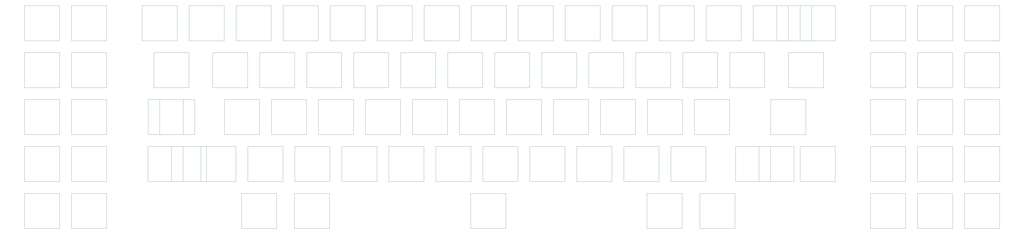
<source format=gbr>
%TF.GenerationSoftware,KiCad,Pcbnew,8.0.8*%
%TF.CreationDate,2025-03-31T12:37:53+02:00*%
%TF.ProjectId,xt_pcb,78745f70-6362-42e6-9b69-6361645f7063,rev?*%
%TF.SameCoordinates,Original*%
%TF.FileFunction,Legend,Top*%
%TF.FilePolarity,Positive*%
%FSLAX46Y46*%
G04 Gerber Fmt 4.6, Leading zero omitted, Abs format (unit mm)*
G04 Created by KiCad (PCBNEW 8.0.8) date 2025-03-31 12:37:53*
%MOMM*%
%LPD*%
G01*
G04 APERTURE LIST*
%ADD10C,0.120000*%
G04 APERTURE END LIST*
D10*
%TO.C,SW79*%
X430310000Y-140505000D02*
X430310000Y-154705000D01*
X430310000Y-154705000D02*
X444510000Y-154705000D01*
X444510000Y-140505000D02*
X430310000Y-140505000D01*
X444510000Y-154705000D02*
X444510000Y-140505000D01*
%TO.C,SW43*%
X87410000Y-121455000D02*
X87410000Y-135655000D01*
X87410000Y-135655000D02*
X101610000Y-135655000D01*
X101610000Y-121455000D02*
X87410000Y-121455000D01*
X101610000Y-135655000D02*
X101610000Y-121455000D01*
%TO.C,SW46*%
X168387500Y-121455000D02*
X168387500Y-135655000D01*
X168387500Y-135655000D02*
X182587500Y-135655000D01*
X182587500Y-121455000D02*
X168387500Y-121455000D01*
X182587500Y-135655000D02*
X182587500Y-121455000D01*
%TO.C,SW36*%
X363650000Y-83355000D02*
X363650000Y-97555000D01*
X363650000Y-97555000D02*
X377850000Y-97555000D01*
X377850000Y-83355000D02*
X363650000Y-83355000D01*
X377850000Y-97555000D02*
X377850000Y-83355000D01*
%TO.C,SW72*%
X216012500Y-140505000D02*
X216012500Y-154705000D01*
X216012500Y-154705000D02*
X230212500Y-154705000D01*
X230212500Y-140505000D02*
X216012500Y-140505000D01*
X230212500Y-154705000D02*
X230212500Y-140505000D01*
%TO.C,SW25*%
X144575000Y-102405000D02*
X144575000Y-116605000D01*
X144575000Y-116605000D02*
X158775000Y-116605000D01*
X158775000Y-102405000D02*
X144575000Y-102405000D01*
X158775000Y-116605000D02*
X158775000Y-102405000D01*
%TO.C,SW38*%
X411260000Y-102405000D02*
X411260000Y-116605000D01*
X411260000Y-116605000D02*
X425460000Y-116605000D01*
X425460000Y-102405000D02*
X411260000Y-102405000D01*
X425460000Y-116605000D02*
X425460000Y-102405000D01*
%TO.C,SW62*%
X354125000Y-102405000D02*
X354125000Y-116605000D01*
X354125000Y-116605000D02*
X368325000Y-116605000D01*
X368325000Y-102405000D02*
X354125000Y-102405000D01*
X368325000Y-116605000D02*
X368325000Y-102405000D01*
%TO.C,SW28*%
X201725000Y-102405000D02*
X201725000Y-116605000D01*
X201725000Y-116605000D02*
X215925000Y-116605000D01*
X215925000Y-102405000D02*
X201725000Y-102405000D01*
X215925000Y-116605000D02*
X215925000Y-102405000D01*
%TO.C,SW9*%
X192200000Y-83355000D02*
X192200000Y-97555000D01*
X192200000Y-97555000D02*
X206400000Y-97555000D01*
X206400000Y-83355000D02*
X192200000Y-83355000D01*
X206400000Y-97555000D02*
X206400000Y-83355000D01*
%TO.C,SW23*%
X87410000Y-102405000D02*
X87410000Y-116605000D01*
X87410000Y-116605000D02*
X101610000Y-116605000D01*
X101610000Y-102405000D02*
X87410000Y-102405000D01*
X101610000Y-116605000D02*
X101610000Y-102405000D01*
%TO.C,SW60*%
X330312500Y-140505000D02*
X330312500Y-154705000D01*
X330312500Y-154705000D02*
X344512500Y-154705000D01*
X344512500Y-140505000D02*
X330312500Y-140505000D01*
X344512500Y-154705000D02*
X344512500Y-140505000D01*
%TO.C,SW5*%
X116000000Y-83355000D02*
X116000000Y-97555000D01*
X116000000Y-97555000D02*
X130200000Y-97555000D01*
X130200000Y-83355000D02*
X116000000Y-83355000D01*
X130200000Y-97555000D02*
X130200000Y-83355000D01*
%TO.C,SW3*%
X68360000Y-83355000D02*
X68360000Y-97555000D01*
X68360000Y-97555000D02*
X82560000Y-97555000D01*
X82560000Y-83355000D02*
X68360000Y-83355000D01*
X82560000Y-97555000D02*
X82560000Y-83355000D01*
%TO.C,SW56*%
X370793750Y-121455000D02*
X370793750Y-135655000D01*
X370793750Y-135655000D02*
X384993750Y-135655000D01*
X384993750Y-121455000D02*
X370793750Y-121455000D01*
X384993750Y-135655000D02*
X384993750Y-121455000D01*
%TO.C,SW20*%
X430310000Y-83355000D02*
X430310000Y-97555000D01*
X430310000Y-97555000D02*
X444510000Y-97555000D01*
X444510000Y-83355000D02*
X430310000Y-83355000D01*
X444510000Y-97555000D02*
X444510000Y-83355000D01*
%TO.C,SW97*%
X356506250Y-140505000D02*
X356506250Y-154705000D01*
X356506250Y-154705000D02*
X370706250Y-154705000D01*
X370706250Y-140505000D02*
X356506250Y-140505000D01*
X370706250Y-154705000D02*
X370706250Y-140505000D01*
%TO.C,SW63*%
X118381250Y-140505000D02*
X118381250Y-154705000D01*
X118381250Y-154705000D02*
X132581250Y-154705000D01*
X132581250Y-140505000D02*
X118381250Y-140505000D01*
X132581250Y-154705000D02*
X132581250Y-140505000D01*
%TO.C,SW42*%
X68360000Y-121455000D02*
X68360000Y-135655000D01*
X68360000Y-135655000D02*
X82560000Y-135655000D01*
X82560000Y-121455000D02*
X68360000Y-121455000D01*
X82560000Y-135655000D02*
X82560000Y-121455000D01*
%TO.C,SW83*%
X156313750Y-159555000D02*
X156313750Y-173755000D01*
X156313750Y-173755000D02*
X170513750Y-173755000D01*
X170513750Y-159555000D02*
X156313750Y-159555000D01*
X170513750Y-173755000D02*
X170513750Y-159555000D01*
%TO.C,SW47*%
X187437500Y-121455000D02*
X187437500Y-135655000D01*
X187437500Y-135655000D02*
X201637500Y-135655000D01*
X201637500Y-121455000D02*
X187437500Y-121455000D01*
X201637500Y-135655000D02*
X201637500Y-121455000D01*
%TO.C,SW85*%
X249182500Y-159555000D02*
X249182500Y-173755000D01*
X249182500Y-173755000D02*
X263382500Y-173755000D01*
X263382500Y-159555000D02*
X249182500Y-159555000D01*
X263382500Y-173755000D02*
X263382500Y-159555000D01*
%TO.C,SW90*%
X449360000Y-159555000D02*
X449360000Y-173755000D01*
X449360000Y-173755000D02*
X463560000Y-173755000D01*
X463560000Y-159555000D02*
X449360000Y-159555000D01*
X463560000Y-173755000D02*
X463560000Y-159555000D01*
%TO.C,SW82*%
X87410000Y-159555000D02*
X87410000Y-173755000D01*
X87410000Y-173755000D02*
X101610000Y-173755000D01*
X101610000Y-159555000D02*
X87410000Y-159555000D01*
X101610000Y-173755000D02*
X101610000Y-159555000D01*
%TO.C,SW13*%
X268400000Y-83355000D02*
X268400000Y-97555000D01*
X268400000Y-97555000D02*
X282600000Y-97555000D01*
X282600000Y-83355000D02*
X268400000Y-83355000D01*
X282600000Y-97555000D02*
X282600000Y-83355000D01*
%TO.C,SW24*%
X120762500Y-102405000D02*
X120762500Y-116605000D01*
X120762500Y-116605000D02*
X134962500Y-116605000D01*
X134962500Y-102405000D02*
X120762500Y-102405000D01*
X134962500Y-116605000D02*
X134962500Y-102405000D01*
%TO.C,SW81*%
X68360000Y-159555000D02*
X68360000Y-173755000D01*
X68360000Y-173755000D02*
X82560000Y-173755000D01*
X82560000Y-159555000D02*
X68360000Y-159555000D01*
X82560000Y-173755000D02*
X82560000Y-159555000D01*
%TO.C,SW22*%
X68360000Y-102405000D02*
X68360000Y-116605000D01*
X68360000Y-116605000D02*
X82560000Y-116605000D01*
X82560000Y-102405000D02*
X68360000Y-102405000D01*
X82560000Y-116605000D02*
X82560000Y-102405000D01*
%TO.C,SW14*%
X287450000Y-83355000D02*
X287450000Y-97555000D01*
X287450000Y-97555000D02*
X301650000Y-97555000D01*
X301650000Y-83355000D02*
X287450000Y-83355000D01*
X301650000Y-97555000D02*
X301650000Y-83355000D01*
%TO.C,SW49*%
X225537500Y-121455000D02*
X225537500Y-135655000D01*
X225537500Y-135655000D02*
X239737500Y-135655000D01*
X239737500Y-121455000D02*
X225537500Y-121455000D01*
X239737500Y-135655000D02*
X239737500Y-121455000D01*
%TO.C,SW54*%
X320787500Y-121455000D02*
X320787500Y-135655000D01*
X320787500Y-135655000D02*
X334987500Y-135655000D01*
X334987500Y-121455000D02*
X320787500Y-121455000D01*
X334987500Y-135655000D02*
X334987500Y-121455000D01*
%TO.C,SW10*%
X211250000Y-83355000D02*
X211250000Y-97555000D01*
X211250000Y-97555000D02*
X225450000Y-97555000D01*
X225450000Y-83355000D02*
X211250000Y-83355000D01*
X225450000Y-97555000D02*
X225450000Y-83355000D01*
%TO.C,SW15*%
X306500000Y-83355000D02*
X306500000Y-97555000D01*
X306500000Y-97555000D02*
X320700000Y-97555000D01*
X320700000Y-83355000D02*
X306500000Y-83355000D01*
X320700000Y-97555000D02*
X320700000Y-83355000D01*
%TO.C,SW29*%
X220775000Y-102405000D02*
X220775000Y-116605000D01*
X220775000Y-116605000D02*
X234975000Y-116605000D01*
X234975000Y-102405000D02*
X220775000Y-102405000D01*
X234975000Y-116605000D02*
X234975000Y-102405000D01*
%TO.C,SW67*%
X87410000Y-140505000D02*
X87410000Y-154705000D01*
X87410000Y-154705000D02*
X101610000Y-154705000D01*
X101610000Y-140505000D02*
X87410000Y-140505000D01*
X101610000Y-154705000D02*
X101610000Y-140505000D01*
%TO.C,SW50*%
X244587500Y-121455000D02*
X244587500Y-135655000D01*
X244587500Y-135655000D02*
X258787500Y-135655000D01*
X258787500Y-121455000D02*
X244587500Y-121455000D01*
X258787500Y-135655000D02*
X258787500Y-121455000D01*
%TO.C,SW58*%
X430310000Y-121455000D02*
X430310000Y-135655000D01*
X430310000Y-135655000D02*
X444510000Y-135655000D01*
X444510000Y-121455000D02*
X430310000Y-121455000D01*
X444510000Y-135655000D02*
X444510000Y-121455000D01*
%TO.C,SW55*%
X339837500Y-121455000D02*
X339837500Y-135655000D01*
X339837500Y-135655000D02*
X354037500Y-135655000D01*
X354037500Y-121455000D02*
X339837500Y-121455000D01*
X354037500Y-135655000D02*
X354037500Y-121455000D01*
%TO.C,SW16*%
X325550000Y-83355000D02*
X325550000Y-97555000D01*
X325550000Y-97555000D02*
X339750000Y-97555000D01*
X339750000Y-83355000D02*
X325550000Y-83355000D01*
X339750000Y-97555000D02*
X339750000Y-83355000D01*
%TO.C,SW96*%
X366031250Y-140505000D02*
X366031250Y-154705000D01*
X366031250Y-154705000D02*
X380231250Y-154705000D01*
X380231250Y-140505000D02*
X366031250Y-140505000D01*
X380231250Y-154705000D02*
X380231250Y-140505000D01*
%TO.C,SW73*%
X235062500Y-140505000D02*
X235062500Y-154705000D01*
X235062500Y-154705000D02*
X249262500Y-154705000D01*
X249262500Y-140505000D02*
X235062500Y-140505000D01*
X249262500Y-154705000D02*
X249262500Y-140505000D01*
%TO.C,SW37*%
X377937500Y-102405000D02*
X377937500Y-116605000D01*
X377937500Y-116605000D02*
X392137500Y-116605000D01*
X392137500Y-102405000D02*
X377937500Y-102405000D01*
X392137500Y-116605000D02*
X392137500Y-102405000D01*
%TO.C,SW71*%
X196962500Y-140505000D02*
X196962500Y-154705000D01*
X196962500Y-154705000D02*
X211162500Y-154705000D01*
X211162500Y-140505000D02*
X196962500Y-140505000D01*
X211162500Y-154705000D02*
X211162500Y-140505000D01*
%TO.C,SW52*%
X282687500Y-121455000D02*
X282687500Y-135655000D01*
X282687500Y-135655000D02*
X296887500Y-135655000D01*
X296887500Y-121455000D02*
X282687500Y-121455000D01*
X296887500Y-135655000D02*
X296887500Y-121455000D01*
%TO.C,SW34*%
X316025000Y-102405000D02*
X316025000Y-116605000D01*
X316025000Y-116605000D02*
X330225000Y-116605000D01*
X330225000Y-102405000D02*
X316025000Y-102405000D01*
X330225000Y-116605000D02*
X330225000Y-102405000D01*
%TO.C,SW59*%
X449360000Y-121455000D02*
X449360000Y-135655000D01*
X449360000Y-135655000D02*
X463560000Y-135655000D01*
X463560000Y-121455000D02*
X449360000Y-121455000D01*
X463560000Y-135655000D02*
X463560000Y-121455000D01*
%TO.C,SW75*%
X273162500Y-140505000D02*
X273162500Y-154705000D01*
X273162500Y-154705000D02*
X287362500Y-154705000D01*
X287362500Y-140505000D02*
X273162500Y-140505000D01*
X287362500Y-154705000D02*
X287362500Y-140505000D01*
%TO.C,SW44*%
X118430000Y-121470000D02*
X118430000Y-135670000D01*
X118430000Y-135670000D02*
X132630000Y-135670000D01*
X132630000Y-121470000D02*
X118430000Y-121470000D01*
X132630000Y-135670000D02*
X132630000Y-121470000D01*
%TO.C,SW41*%
X123143750Y-121455000D02*
X123143750Y-135655000D01*
X123143750Y-135655000D02*
X137343750Y-135655000D01*
X137343750Y-121455000D02*
X123143750Y-121455000D01*
X137343750Y-135655000D02*
X137343750Y-121455000D01*
%TO.C,SW6*%
X135050000Y-83355000D02*
X135050000Y-97555000D01*
X135050000Y-97555000D02*
X149250000Y-97555000D01*
X149250000Y-83355000D02*
X135050000Y-83355000D01*
X149250000Y-97555000D02*
X149250000Y-83355000D01*
%TO.C,SW21*%
X449360000Y-83355000D02*
X449360000Y-97555000D01*
X449360000Y-97555000D02*
X463560000Y-97555000D01*
X463560000Y-83355000D02*
X449360000Y-83355000D01*
X463560000Y-97555000D02*
X463560000Y-83355000D01*
%TO.C,SW77*%
X311262500Y-140505000D02*
X311262500Y-154705000D01*
X311262500Y-154705000D02*
X325462500Y-154705000D01*
X325462500Y-140505000D02*
X311262500Y-140505000D01*
X325462500Y-154705000D02*
X325462500Y-140505000D01*
%TO.C,SW4*%
X87410000Y-83355000D02*
X87410000Y-97555000D01*
X87410000Y-97555000D02*
X101610000Y-97555000D01*
X101610000Y-83355000D02*
X87410000Y-83355000D01*
X101610000Y-97555000D02*
X101610000Y-83355000D01*
%TO.C,SW2*%
X382700000Y-83355000D02*
X382700000Y-97555000D01*
X382700000Y-97555000D02*
X396900000Y-97555000D01*
X396900000Y-83355000D02*
X382700000Y-83355000D01*
X396900000Y-97555000D02*
X396900000Y-83355000D01*
%TO.C,SW1*%
X373175000Y-83355000D02*
X373175000Y-97555000D01*
X373175000Y-97555000D02*
X387375000Y-97555000D01*
X387375000Y-83355000D02*
X373175000Y-83355000D01*
X387375000Y-97555000D02*
X387375000Y-83355000D01*
%TO.C,SW12*%
X249350000Y-83355000D02*
X249350000Y-97555000D01*
X249350000Y-97555000D02*
X263550000Y-97555000D01*
X263550000Y-83355000D02*
X249350000Y-83355000D01*
X263550000Y-97555000D02*
X263550000Y-83355000D01*
%TO.C,SW66*%
X68360000Y-140505000D02*
X68360000Y-154705000D01*
X68360000Y-154705000D02*
X82560000Y-154705000D01*
X82560000Y-140505000D02*
X68360000Y-140505000D01*
X82560000Y-154705000D02*
X82560000Y-140505000D01*
%TO.C,SW68*%
X139812500Y-140505000D02*
X139812500Y-154705000D01*
X139812500Y-154705000D02*
X154012500Y-154705000D01*
X154012500Y-140505000D02*
X139812500Y-140505000D01*
X154012500Y-154705000D02*
X154012500Y-140505000D01*
%TO.C,SW40*%
X449360000Y-102405000D02*
X449360000Y-116605000D01*
X449360000Y-116605000D02*
X463560000Y-116605000D01*
X463560000Y-102405000D02*
X449360000Y-102405000D01*
X463560000Y-116605000D02*
X463560000Y-102405000D01*
%TO.C,SW45*%
X149337500Y-121455000D02*
X149337500Y-135655000D01*
X149337500Y-135655000D02*
X163537500Y-135655000D01*
X163537500Y-121455000D02*
X149337500Y-121455000D01*
X163537500Y-135655000D02*
X163537500Y-121455000D01*
%TO.C,SW7*%
X154100000Y-83355000D02*
X154100000Y-97555000D01*
X154100000Y-97555000D02*
X168300000Y-97555000D01*
X168300000Y-83355000D02*
X154100000Y-83355000D01*
X168300000Y-97555000D02*
X168300000Y-83355000D01*
%TO.C,SW48*%
X206487500Y-121455000D02*
X206487500Y-135655000D01*
X206487500Y-135655000D02*
X220687500Y-135655000D01*
X220687500Y-121455000D02*
X206487500Y-121455000D01*
X220687500Y-135655000D02*
X220687500Y-121455000D01*
%TO.C,SW31*%
X258875000Y-102405000D02*
X258875000Y-116605000D01*
X258875000Y-116605000D02*
X273075000Y-116605000D01*
X273075000Y-102405000D02*
X258875000Y-102405000D01*
X273075000Y-116605000D02*
X273075000Y-102405000D01*
%TO.C,SW26*%
X163625000Y-102405000D02*
X163625000Y-116605000D01*
X163625000Y-116605000D02*
X177825000Y-116605000D01*
X177825000Y-102405000D02*
X163625000Y-102405000D01*
X177825000Y-116605000D02*
X177825000Y-102405000D01*
%TO.C,SW35*%
X335075000Y-102405000D02*
X335075000Y-116605000D01*
X335075000Y-116605000D02*
X349275000Y-116605000D01*
X349275000Y-102405000D02*
X335075000Y-102405000D01*
X349275000Y-116605000D02*
X349275000Y-102405000D01*
%TO.C,SW84*%
X177745000Y-159555000D02*
X177745000Y-173755000D01*
X177745000Y-173755000D02*
X191945000Y-173755000D01*
X191945000Y-159555000D02*
X177745000Y-159555000D01*
X191945000Y-173755000D02*
X191945000Y-159555000D01*
%TO.C,SW78*%
X411260000Y-140505000D02*
X411260000Y-154705000D01*
X411260000Y-154705000D02*
X425460000Y-154705000D01*
X425460000Y-140505000D02*
X411260000Y-140505000D01*
X425460000Y-154705000D02*
X425460000Y-140505000D01*
%TO.C,SW32*%
X277925000Y-102405000D02*
X277925000Y-116605000D01*
X277925000Y-116605000D02*
X292125000Y-116605000D01*
X292125000Y-102405000D02*
X277925000Y-102405000D01*
X292125000Y-116605000D02*
X292125000Y-102405000D01*
%TO.C,SW89*%
X430310000Y-159555000D02*
X430310000Y-173755000D01*
X430310000Y-173755000D02*
X444510000Y-173755000D01*
X444510000Y-159555000D02*
X430310000Y-159555000D01*
X444510000Y-173755000D02*
X444510000Y-159555000D01*
%TO.C,SW69*%
X158862500Y-140505000D02*
X158862500Y-154705000D01*
X158862500Y-154705000D02*
X173062500Y-154705000D01*
X173062500Y-140505000D02*
X158862500Y-140505000D01*
X173062500Y-154705000D02*
X173062500Y-140505000D01*
%TO.C,SW17*%
X344600000Y-83355000D02*
X344600000Y-97555000D01*
X344600000Y-97555000D02*
X358800000Y-97555000D01*
X358800000Y-83355000D02*
X344600000Y-83355000D01*
X358800000Y-97555000D02*
X358800000Y-83355000D01*
%TO.C,SW39*%
X430310000Y-102405000D02*
X430310000Y-116605000D01*
X430310000Y-116605000D02*
X444510000Y-116605000D01*
X444510000Y-102405000D02*
X430310000Y-102405000D01*
X444510000Y-116605000D02*
X444510000Y-102405000D01*
%TO.C,SW74*%
X254112500Y-140505000D02*
X254112500Y-154705000D01*
X254112500Y-154705000D02*
X268312500Y-154705000D01*
X268312500Y-140505000D02*
X254112500Y-140505000D01*
X268312500Y-154705000D02*
X268312500Y-140505000D01*
%TO.C,SW30*%
X239825000Y-102405000D02*
X239825000Y-116605000D01*
X239825000Y-116605000D02*
X254025000Y-116605000D01*
X254025000Y-102405000D02*
X239825000Y-102405000D01*
X254025000Y-116605000D02*
X254025000Y-102405000D01*
%TO.C,SW64*%
X382700000Y-140505000D02*
X382700000Y-154705000D01*
X382700000Y-154705000D02*
X396900000Y-154705000D01*
X396900000Y-140505000D02*
X382700000Y-140505000D01*
X396900000Y-154705000D02*
X396900000Y-140505000D01*
%TO.C,SW19*%
X411260000Y-83355000D02*
X411260000Y-97555000D01*
X411260000Y-97555000D02*
X425460000Y-97555000D01*
X425460000Y-83355000D02*
X411260000Y-83355000D01*
X425460000Y-97555000D02*
X425460000Y-83355000D01*
%TO.C,SW57*%
X411260000Y-121455000D02*
X411260000Y-135655000D01*
X411260000Y-135655000D02*
X425460000Y-135655000D01*
X425460000Y-121455000D02*
X411260000Y-121455000D01*
X425460000Y-135655000D02*
X425460000Y-121455000D01*
%TO.C,SW8*%
X173150000Y-83355000D02*
X173150000Y-97555000D01*
X173150000Y-97555000D02*
X187350000Y-97555000D01*
X187350000Y-83355000D02*
X173150000Y-83355000D01*
X187350000Y-97555000D02*
X187350000Y-83355000D01*
%TO.C,SW51*%
X263637500Y-121455000D02*
X263637500Y-135655000D01*
X263637500Y-135655000D02*
X277837500Y-135655000D01*
X277837500Y-121455000D02*
X263637500Y-121455000D01*
X277837500Y-135655000D02*
X277837500Y-121455000D01*
%TO.C,SW33*%
X296975000Y-102405000D02*
X296975000Y-116605000D01*
X296975000Y-116605000D02*
X311175000Y-116605000D01*
X311175000Y-102405000D02*
X296975000Y-102405000D01*
X311175000Y-116605000D02*
X311175000Y-102405000D01*
%TO.C,SW76*%
X292212500Y-140505000D02*
X292212500Y-154705000D01*
X292212500Y-154705000D02*
X306412500Y-154705000D01*
X306412500Y-140505000D02*
X292212500Y-140505000D01*
X306412500Y-154705000D02*
X306412500Y-140505000D01*
%TO.C,SW11*%
X230300000Y-83355000D02*
X230300000Y-97555000D01*
X230300000Y-97555000D02*
X244500000Y-97555000D01*
X244500000Y-83355000D02*
X230300000Y-83355000D01*
X244500000Y-97555000D02*
X244500000Y-83355000D01*
%TO.C,SW80*%
X449360000Y-140505000D02*
X449360000Y-154705000D01*
X449360000Y-154705000D02*
X463560000Y-154705000D01*
X463560000Y-140505000D02*
X449360000Y-140505000D01*
X463560000Y-154705000D02*
X463560000Y-140505000D01*
%TO.C,SW27*%
X182675000Y-102405000D02*
X182675000Y-116605000D01*
X182675000Y-116605000D02*
X196875000Y-116605000D01*
X196875000Y-102405000D02*
X182675000Y-102405000D01*
X196875000Y-116605000D02*
X196875000Y-102405000D01*
%TO.C,SW88*%
X411260000Y-159555000D02*
X411260000Y-173755000D01*
X411260000Y-173755000D02*
X425460000Y-173755000D01*
X425460000Y-159555000D02*
X411260000Y-159555000D01*
X425460000Y-173755000D02*
X425460000Y-159555000D01*
%TO.C,SW87*%
X342051250Y-159555000D02*
X342051250Y-173755000D01*
X342051250Y-173755000D02*
X356251250Y-173755000D01*
X356251250Y-159555000D02*
X342051250Y-159555000D01*
X356251250Y-173755000D02*
X356251250Y-159555000D01*
%TO.C,SW61*%
X127906250Y-140505000D02*
X127906250Y-154705000D01*
X127906250Y-154705000D02*
X142106250Y-154705000D01*
X142106250Y-140505000D02*
X127906250Y-140505000D01*
X142106250Y-154705000D02*
X142106250Y-140505000D01*
%TO.C,SW86*%
X320620000Y-159555000D02*
X320620000Y-173755000D01*
X320620000Y-173755000D02*
X334820000Y-173755000D01*
X334820000Y-159555000D02*
X320620000Y-159555000D01*
X334820000Y-173755000D02*
X334820000Y-159555000D01*
%TO.C,SW53*%
X301737500Y-121455000D02*
X301737500Y-135655000D01*
X301737500Y-135655000D02*
X315937500Y-135655000D01*
X315937500Y-121455000D02*
X301737500Y-121455000D01*
X315937500Y-135655000D02*
X315937500Y-121455000D01*
%TO.C,SW70*%
X177912500Y-140505000D02*
X177912500Y-154705000D01*
X177912500Y-154705000D02*
X192112500Y-154705000D01*
X192112500Y-140505000D02*
X177912500Y-140505000D01*
X192112500Y-154705000D02*
X192112500Y-140505000D01*
%TD*%
M02*

</source>
